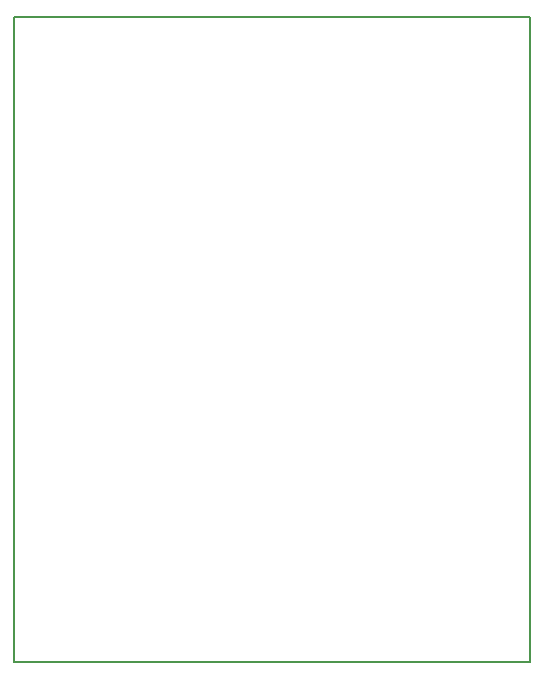
<source format=gbr>
%TF.GenerationSoftware,KiCad,Pcbnew,9.0.4*%
%TF.CreationDate,2026-02-18T17:55:15-08:00*%
%TF.ProjectId,Tool-Display-PCB,546f6f6c-2d44-4697-9370-6c61792d5043,rev?*%
%TF.SameCoordinates,Original*%
%TF.FileFunction,Profile,NP*%
%FSLAX46Y46*%
G04 Gerber Fmt 4.6, Leading zero omitted, Abs format (unit mm)*
G04 Created by KiCad (PCBNEW 9.0.4) date 2026-02-18 17:55:15*
%MOMM*%
%LPD*%
G01*
G04 APERTURE LIST*
%TA.AperFunction,Profile*%
%ADD10C,0.200000*%
%TD*%
G04 APERTURE END LIST*
D10*
X99890000Y-55880000D02*
X143530000Y-55880000D01*
X143530000Y-110450000D01*
X99890000Y-110450000D01*
X99890000Y-55880000D01*
M02*

</source>
